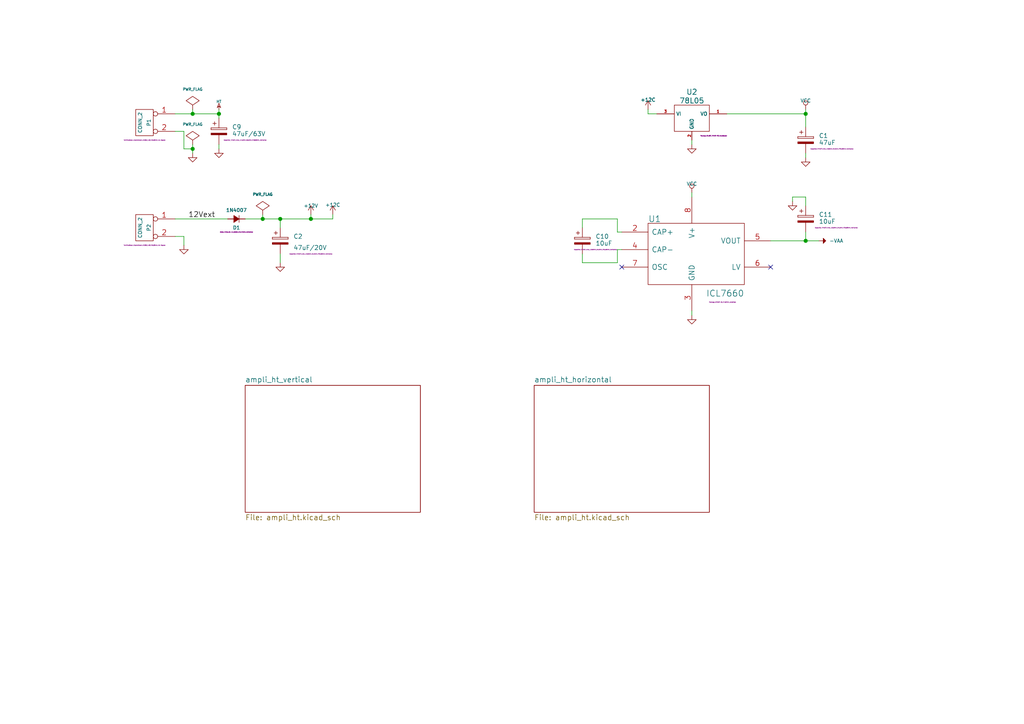
<source format=kicad_sch>
(kicad_sch (version 20201015) (generator eeschema)
  (page 1 3)
  (paper "A4")
  (title_block (title "Complex hierarchy: demo") (date "2017-01-15"))
  (lib_symbols
    (symbol "complex_hierarchy_schlib:+12C" (power) (pin_names (offset 0))
      (property "Value" "+12C" (at 0 3.81 0))
      (symbol "+12C_0_1"
        (polyline (pts (xy -0.762 1.27) (xy 0 2.54)))
        (polyline (pts (xy 0 0) (xy 0 2.54)))
        (polyline (pts (xy 0 2.54) (xy 0.762 1.27)))
      )
      (symbol "+12C_1_1"
        (pin power_in line (at 0 0 90) (length 0) hide (name "+12C") (number "1"))
      )
    )
    (symbol "complex_hierarchy_schlib:+12V" (power) (pin_names (offset 0))
      (property "Value" "+12V" (at 0 3.556 0))
      (symbol "+12V_0_1"
        (polyline (pts (xy -0.762 1.27) (xy 0 2.54)))
        (polyline (pts (xy 0 0) (xy 0 2.54)))
        (polyline (pts (xy 0 2.54) (xy 0.762 1.27)))
      )
      (symbol "+12V_1_1"
        (pin power_in line (at 0 0 90) (length 0) hide (name "+12V") (number "1"))
      )
    )
    (symbol "complex_hierarchy_schlib:-VAA" (power) (pin_names (offset 0))
      (property "Value" "-VAA" (at 0 2.54 0))
      (symbol "-VAA_0_1"
        (polyline (pts (xy 0 0) (xy 0 1.27) (xy 0 1.27)))
        (polyline (pts (xy 0 2.032) (xy 0.762 1.27) (xy -0.508 1.27) (xy -0.762 1.27) (xy 0 2.032) (xy 0 2.032) (xy 0 2.032)) (fill (type outline)))
      )
      (symbol "-VAA_0_0"
        (pin power_in line (at 0 0 90) (length 0) hide (name "-VAA") (number "1"))
      )
    )
    (symbol "complex_hierarchy_schlib:7805"
      (property "Reference" "U" (at 3.81 -4.9784 0))
      (property "Value" "7805" (at 0 5.08 0))
      (symbol "7805_0_1"
        (rectangle (start -5.08 -3.81) (end 5.08 3.81))
      )
      (symbol "7805_1_1"
        (pin power_out line (at 10.16 1.27 180) (length 5.08) (name "VO") (number "1"))
        (pin input line (at 0 -6.35 90) (length 2.54) (name "GND") (number "2"))
        (pin input line (at -10.16 1.27 0) (length 5.08) (name "VI") (number "3"))
      )
    )
    (symbol "complex_hierarchy_schlib:CONN_2" (pin_names (offset 1.016) hide)
      (property "Reference" "P" (at -1.27 0 90))
      (property "Value" "CONN_2" (at 1.27 0 90))
      (symbol "CONN_2_0_1"
        (rectangle (start -2.54 3.81) (end 2.54 -3.81))
      )
      (symbol "CONN_2_1_1"
        (pin passive inverted (at -8.89 2.54 0) (length 6.35) (name "P1") (number "1"))
        (pin passive inverted (at -8.89 -2.54 0) (length 6.35) (name "PM") (number "2"))
      )
    )
    (symbol "complex_hierarchy_schlib:CP" (pin_numbers hide) (pin_names (offset 0.254))
      (property "Reference" "C" (at 0.635 2.54 0))
      (property "Value" "CP" (at 0.635 -2.54 0))
      (symbol "CP_0_1"
        (rectangle (start -2.286 0.508) (end -2.286 1.016))
        (rectangle (start -2.286 0.508) (end 2.286 0.508))
        (rectangle (start -1.778 2.286) (end -0.762 2.286))
        (rectangle (start -1.27 1.778) (end -1.27 2.794))
        (rectangle (start 2.286 -0.508) (end -2.286 -1.016) (fill (type outline)))
        (rectangle (start 2.286 1.016) (end -2.286 1.016))
        (rectangle (start 2.286 1.016) (end 2.286 0.508))
      )
      (symbol "CP_1_1"
        (pin passive line (at 0 3.81 270) (length 2.794) (name "~") (number "1"))
        (pin passive line (at 0 -3.81 90) (length 2.794) (name "~") (number "2"))
      )
    )
    (symbol "complex_hierarchy_schlib:D_Small" (pin_numbers hide) (pin_names (offset 0.254) hide)
      (property "Reference" "D" (at -1.27 2.032 0))
      (property "Value" "D_Small" (at -3.81 -2.032 0))
      (symbol "D_Small_0_1"
        (polyline (pts (xy -0.762 -1.016) (xy -0.762 1.016)))
        (polyline (pts (xy 0.762 -1.016) (xy -0.762 0) (xy 0.762 1.016) (xy 0.762 -1.016)) (fill (type outline)))
      )
      (symbol "D_Small_1_1"
        (pin passive line (at -2.54 0 0) (length 1.778) (name "K") (number "1"))
        (pin passive line (at 2.54 0 180) (length 1.778) (name "A") (number "2"))
      )
    )
    (symbol "complex_hierarchy_schlib:GND" (power) (pin_names (offset 0))
      (property "Value" "GND" (at 0 -3.1242 0))
      (symbol "GND_0_1"
        (polyline (pts (xy 0 0) (xy 0 -1.27) (xy 1.27 -1.27) (xy 0 -2.54) (xy -1.27 -1.27) (xy 0 -1.27)))
      )
      (symbol "GND_1_1"
        (pin power_in line (at 0 0 270) (length 0) hide (name "GND") (number "1"))
      )
    )
    (symbol "complex_hierarchy_schlib:HT" (power) (pin_names (offset 0))
      (property "Value" "HT" (at 0 2.286 0))
      (symbol "HT_0_1"
        (polyline (pts (xy 0 0) (xy 0 1.016) (xy 0 1.016)))
        (polyline (pts (xy 0 1.016) (xy 0.508 0.508) (xy 0 1.778) (xy -0.508 0.508) (xy 0 1.016) (xy 0 1.016)))
      )
      (symbol "HT_0_0"
        (pin power_in line (at 0 0 90) (length 0) hide (name "HT") (number "1"))
      )
    )
    (symbol "complex_hierarchy_schlib:ICL7660" (pin_names (offset 1.016))
      (property "Reference" "U" (at 5.08 10.16 0))
      (property "Value" "ICL7660" (at 1.27 -11.43 0))
      (symbol "ICL7660_0_1"
        (rectangle (start -13.97 -8.89) (end 13.97 8.89))
      )
      (symbol "ICL7660_1_1"
        (pin input line (at -21.59 6.35 0) (length 7.62) (name "CAP+") (number "2"))
        (pin power_in line (at -1.27 -16.51 90) (length 7.62) (name "GND") (number "3"))
        (pin input line (at -21.59 1.27 0) (length 7.62) (name "CAP-") (number "4"))
        (pin power_out line (at 21.59 3.81 180) (length 7.62) (name "VOUT") (number "5"))
        (pin input line (at 21.59 -3.81 180) (length 7.62) (name "LV") (number "6"))
        (pin input line (at -21.59 -3.81 0) (length 7.62) (name "OSC") (number "7"))
        (pin power_in line (at -1.27 16.51 270) (length 7.62) (name "V+") (number "8"))
      )
    )
    (symbol "complex_hierarchy_schlib:PWR_FLAG" (power) (pin_numbers hide) (pin_names (offset 0) hide)
      (property "Value" "PWR_FLAG" (at 0 4.572 0))
      (symbol "PWR_FLAG_0_1"
        (polyline (pts (xy 0 0) (xy 0 1.27) (xy -1.905 2.54) (xy 0 3.81) (xy 1.905 2.54) (xy 0 1.27)))
      )
      (symbol "PWR_FLAG_0_0"
        (pin power_out line (at 0 0 90) (length 0) (name "pwr") (number "1"))
      )
    )
    (symbol "complex_hierarchy_schlib:VCC" (power) (pin_names (offset 0))
      (property "Value" "VCC" (at 0 3.81 0))
      (symbol "VCC_0_1"
        (circle (center 0 1.905) (radius 0.635))
        (polyline (pts (xy 0 0) (xy 0 1.27)))
      )
      (symbol "VCC_1_1"
        (pin power_in line (at 0 0 90) (length 0) hide (name "VCC") (number "1"))
      )
    )
  )
  (junction (at 55.88 33.02) (diameter 1.016))
  (junction (at 55.88 43.18) (diameter 1.016))
  (junction (at 63.5 33.02) (diameter 1.016))
  (junction (at 76.2 63.5) (diameter 1.016))
  (junction (at 81.28 63.5) (diameter 1.016))
  (junction (at 90.17 63.5) (diameter 1.016))
  (junction (at 233.68 33.02) (diameter 1.016))
  (junction (at 233.68 69.85) (diameter 1.016))
  (no_connect (at 180.34 77.47))
  (no_connect (at 223.52 77.47))
  (wire (pts (xy 50.8 33.02) (xy 55.88 33.02)))
  (wire (pts (xy 50.8 38.1) (xy 53.34 38.1)))
  (wire (pts (xy 50.8 63.5) (xy 66.04 63.5)))
  (wire (pts (xy 53.34 38.1) (xy 53.34 43.18)))
  (wire (pts (xy 53.34 43.18) (xy 55.88 43.18)))
  (wire (pts (xy 53.34 68.58) (xy 50.8 68.58)))
  (wire (pts (xy 53.34 71.12) (xy 53.34 68.58)))
  (wire (pts (xy 55.88 31.75) (xy 55.88 33.02)))
  (wire (pts (xy 55.88 33.02) (xy 63.5 33.02)))
  (wire (pts (xy 55.88 41.91) (xy 55.88 43.18)))
  (wire (pts (xy 55.88 43.18) (xy 55.88 44.45)))
  (wire (pts (xy 63.5 31.75) (xy 63.5 33.02)))
  (wire (pts (xy 63.5 33.02) (xy 63.5 34.29)))
  (wire (pts (xy 63.5 41.91) (xy 63.5 43.18)))
  (wire (pts (xy 71.12 63.5) (xy 76.2 63.5)))
  (wire (pts (xy 76.2 63.5) (xy 76.2 62.23)))
  (wire (pts (xy 76.2 63.5) (xy 81.28 63.5)))
  (wire (pts (xy 81.28 63.5) (xy 81.28 66.04)))
  (wire (pts (xy 81.28 63.5) (xy 90.17 63.5)))
  (wire (pts (xy 81.28 73.66) (xy 81.28 76.2)))
  (wire (pts (xy 90.17 62.23) (xy 90.17 63.5)))
  (wire (pts (xy 90.17 63.5) (xy 96.52 63.5)))
  (wire (pts (xy 96.52 63.5) (xy 96.52 62.23)))
  (wire (pts (xy 168.91 63.5) (xy 179.07 63.5)))
  (wire (pts (xy 168.91 66.04) (xy 168.91 63.5)))
  (wire (pts (xy 168.91 73.66) (xy 168.91 76.2)))
  (wire (pts (xy 168.91 76.2) (xy 179.07 76.2)))
  (wire (pts (xy 179.07 63.5) (xy 179.07 67.31)))
  (wire (pts (xy 179.07 67.31) (xy 180.34 67.31)))
  (wire (pts (xy 179.07 72.39) (xy 180.34 72.39)))
  (wire (pts (xy 179.07 76.2) (xy 179.07 72.39)))
  (wire (pts (xy 187.96 31.75) (xy 187.96 33.02)))
  (wire (pts (xy 187.96 33.02) (xy 190.5 33.02)))
  (wire (pts (xy 200.66 41.91) (xy 200.66 40.64)))
  (wire (pts (xy 200.66 55.88) (xy 200.66 57.15)))
  (wire (pts (xy 200.66 91.44) (xy 200.66 90.17)))
  (wire (pts (xy 210.82 33.02) (xy 233.68 33.02)))
  (wire (pts (xy 223.52 69.85) (xy 233.68 69.85)))
  (wire (pts (xy 229.87 57.15) (xy 233.68 57.15)))
  (wire (pts (xy 229.87 58.42) (xy 229.87 57.15)))
  (wire (pts (xy 233.68 31.75) (xy 233.68 33.02)))
  (wire (pts (xy 233.68 33.02) (xy 233.68 36.83)))
  (wire (pts (xy 233.68 44.45) (xy 233.68 45.72)))
  (wire (pts (xy 233.68 59.69) (xy 233.68 57.15)))
  (wire (pts (xy 233.68 67.31) (xy 233.68 69.85)))
  (wire (pts (xy 233.68 69.85) (xy 237.49 69.85)))
  (label "12Vext" (at 54.61 63.5 0) (effects (font (size 1.524 1.524))))
  (symbol (lib_id "complex_hierarchy_schlib:HT") (at 63.5 31.75 0) (unit 1)
    (property "Reference" "#PWR08" (effects hide))
    (property "Value" "HT" (at 63.5 29.464 0) (effects (font (size 0.762 0.762))))
  )
  (symbol (lib_id "complex_hierarchy_schlib:-VAA") (at 237.49 69.85 270) (unit 1)
    (property "Reference" "#PWR02" (effects hide))
    (property "Value" "-VAA" (at 242.57 69.85 90) (effects (font (size 1.016 1.016))))
  )
  (symbol (lib_id "complex_hierarchy_schlib:VCC") (at 200.66 55.88 0) (unit 1)
    (property "Reference" "#PWR03" (effects hide))
    (property "Value" "VCC" (at 200.66 53.34 0) (effects (font (size 1.016 1.016))))
  )
  (symbol (lib_id "complex_hierarchy_schlib:VCC") (at 233.68 31.75 0) (unit 1)
    (property "Reference" "#PWR04" (effects hide))
    (property "Value" "VCC" (at 233.68 29.21 0) (effects (font (size 1.016 1.016))))
  )
  (symbol (lib_id "complex_hierarchy_schlib:+12V") (at 90.17 62.23 0) (unit 1)
    (property "Reference" "#U016" (effects hide))
    (property "Value" "+12V" (at 90.17 59.69 0) (effects (font (size 1.016 1.016))))
  )
  (symbol (lib_id "complex_hierarchy_schlib:+12C") (at 96.52 62.23 0) (unit 1)
    (property "Reference" "#PWR014" (effects hide))
    (property "Value" "+12C" (at 96.52 59.436 0) (effects (font (size 1.016 1.016))))
  )
  (symbol (lib_id "complex_hierarchy_schlib:+12C") (at 187.96 31.75 0) (unit 1)
    (property "Reference" "#PWR011" (effects hide))
    (property "Value" "+12C" (at 187.96 28.956 0) (effects (font (size 1.016 1.016))))
  )
  (symbol (lib_id "complex_hierarchy_schlib:GND") (at 53.34 71.12 0) (unit 1)
    (property "Reference" "#PWR018" (effects hide))
    (property "Value" "GND" (effects hide))
  )
  (symbol (lib_id "complex_hierarchy_schlib:GND") (at 55.88 44.45 0) (unit 1)
    (property "Reference" "#PWR07" (effects hide))
    (property "Value" "GND" (effects hide))
  )
  (symbol (lib_id "complex_hierarchy_schlib:GND") (at 63.5 43.18 0) (unit 1)
    (property "Reference" "#PWR06" (effects hide))
    (property "Value" "GND" (effects hide))
  )
  (symbol (lib_id "complex_hierarchy_schlib:GND") (at 81.28 76.2 0) (unit 1)
    (property "Reference" "#PWR017" (effects hide))
    (property "Value" "GND" (effects hide))
  )
  (symbol (lib_id "complex_hierarchy_schlib:GND") (at 200.66 41.91 0) (unit 1)
    (property "Reference" "#PWR010" (effects hide))
    (property "Value" "GND" (effects hide))
  )
  (symbol (lib_id "complex_hierarchy_schlib:GND") (at 200.66 91.44 0) (unit 1)
    (property "Reference" "#PWR05" (effects hide))
    (property "Value" "GND" (effects hide))
  )
  (symbol (lib_id "complex_hierarchy_schlib:GND") (at 229.87 58.42 0) (unit 1)
    (property "Reference" "#PWR01" (effects hide))
    (property "Value" "GND" (effects hide))
  )
  (symbol (lib_id "complex_hierarchy_schlib:GND") (at 233.68 45.72 0) (unit 1)
    (property "Reference" "#PWR09" (effects hide))
    (property "Value" "GND" (effects hide))
  )
  (symbol (lib_id "complex_hierarchy_schlib:D_Small") (at 68.58 63.5 0) (mirror y) (unit 1)
    (property "Reference" "D1" (at 68.58 66.04 0) (effects (font (size 1.016 1.016))))
    (property "Value" "1N4007" (at 68.58 60.96 0) (effects (font (size 1.016 1.016))))
    (property "Footprint" "Diode_THT:D_DO-41_SOD81_P12.70mm_Horizontal" (at 68.58 67.31 0) (effects (font (size 0.254 0.254))))
  )
  (symbol (lib_id "complex_hierarchy_schlib:PWR_FLAG") (at 55.88 31.75 0) (unit 1)
    (property "Reference" "#U012" (effects hide))
    (property "Value" "PWR_FLAG" (at 55.88 25.908 0) (effects (font (size 0.762 0.762))))
  )
  (symbol (lib_id "complex_hierarchy_schlib:PWR_FLAG") (at 55.88 41.91 0) (unit 1)
    (property "Reference" "#U015" (effects hide))
    (property "Value" "PWR_FLAG" (at 55.88 36.068 0) (effects (font (size 0.762 0.762))))
  )
  (symbol (lib_id "complex_hierarchy_schlib:PWR_FLAG") (at 76.2 62.23 0) (unit 1)
    (property "Reference" "#U013" (effects hide))
    (property "Value" "PWR_FLAG" (at 76.2 56.388 0) (effects (font (size 0.762 0.762))))
  )
  (symbol (lib_id "complex_hierarchy_schlib:CP") (at 63.5 38.1 0) (unit 1)
    (property "Reference" "C9" (at 67.31 36.83 0) (effects (justify left)))
    (property "Value" "47uF/63V" (at 67.31 38.1 0) (effects (justify left top)))
    (property "Footprint" "Capacitor_THT:CP_Axial_L11.0mm_D6.0mm_P18.00mm_Horizontal" (at 71.12 40.64 0) (effects (font (size 0.254 0.254))))
  )
  (symbol (lib_id "complex_hierarchy_schlib:CP") (at 81.28 69.85 0) (unit 1)
    (property "Reference" "C2" (at 85.09 68.58 0) (effects (justify left)))
    (property "Value" "47uF/20V" (at 85.09 71.12 0) (effects (justify left top)))
    (property "Footprint" "Capacitor_THT:CP_Axial_L10.0mm_D4.5mm_P15.00mm_Horizontal" (at 90.17 73.66 0) (effects (font (size 0.254 0.254))))
  )
  (symbol (lib_id "complex_hierarchy_schlib:CP") (at 168.91 69.85 0) (unit 1)
    (property "Reference" "C10" (at 172.72 68.58 0) (effects (justify left)))
    (property "Value" "10uF" (at 172.72 69.85 0) (effects (justify left top)))
    (property "Footprint" "Capacitor_THT:CP_Axial_L10.0mm_D4.5mm_P15.00mm_Horizontal" (at 172.72 72.39 0) (effects (font (size 0.254 0.254))))
  )
  (symbol (lib_id "complex_hierarchy_schlib:CP") (at 233.68 40.64 0) (unit 1)
    (property "Reference" "C1" (at 237.49 39.37 0) (effects (justify left)))
    (property "Value" "47uF" (at 237.49 40.64 0) (effects (justify left top)))
    (property "Footprint" "Capacitor_THT:CP_Axial_L10.0mm_D4.5mm_P15.00mm_Horizontal" (at 241.3 43.18 0) (effects (font (size 0.254 0.254))))
  )
  (symbol (lib_id "complex_hierarchy_schlib:CP") (at 233.68 63.5 0) (unit 1)
    (property "Reference" "C11" (at 237.49 62.23 0) (effects (justify left)))
    (property "Value" "10uF" (at 237.49 63.5 0) (effects (justify left top)))
    (property "Footprint" "Capacitor_THT:CP_Axial_L10.0mm_D4.5mm_P15.00mm_Horizontal" (at 242.57 66.04 0) (effects (font (size 0.254 0.254))))
  )
  (symbol (lib_id "complex_hierarchy_schlib:CONN_2") (at 41.91 35.56 0) (mirror y) (unit 1)
    (property "Reference" "P1" (at 43.18 35.56 90) (effects (font (size 1.016 1.016))))
    (property "Value" "CONN_2" (at 40.64 35.56 90) (effects (font (size 1.016 1.016))))
    (property "Footprint" "TerminalBlock_Altech:Altech_AK300_1x02_P5.00mm_45-Degree" (at 41.91 40.64 0) (effects (font (size 0.254 0.254))))
  )
  (symbol (lib_id "complex_hierarchy_schlib:CONN_2") (at 41.91 66.04 0) (mirror y) (unit 1)
    (property "Reference" "P2" (at 43.18 66.04 90) (effects (font (size 1.016 1.016))))
    (property "Value" "CONN_2" (at 40.64 66.04 90) (effects (font (size 1.016 1.016))))
    (property "Footprint" "TerminalBlock_Altech:Altech_AK300_1x02_P5.00mm_45-Degree" (at 41.91 71.12 0) (effects (font (size 0.254 0.254))))
  )
  (symbol (lib_id "complex_hierarchy_schlib:7805") (at 200.66 34.29 0) (unit 1)
    (property "Reference" "U2" (at 200.66 26.67 0) (effects (font (size 1.524 1.524))))
    (property "Value" "78L05" (at 200.66 29.21 0) (effects (font (size 1.524 1.524))))
    (property "Footprint" "Package_TO_SOT_THT:TO-92_HandSolder" (at 207.01 39.37 0) (effects (font (size 0.254 0.254))))
  )
  (symbol (lib_id "complex_hierarchy_schlib:ICL7660") (at 201.93 73.66 0) (unit 1)
    (property "Reference" "U1" (at 187.96 63.5 0) (effects (font (size 1.778 1.778)) (justify left)))
    (property "Value" "ICL7660" (at 215.9 85.09 0) (effects (font (size 1.778 1.778)) (justify right)))
    (property "Footprint" "Package_DIP:DIP-8_W7.62mm_LongPads" (at 209.55 87.63 0) (effects (font (size 0.254 0.254))))
  )
  (sheet (at 154.94 111.76) (size 50.8 36.83)
    (property "Nom feuille" "ampli_ht_horizontal" (at 154.94 110.9975 0) (effects (font (size 1.524 1.524)) (justify left bottom)))
    (property "Fichier de feuille" "ampli_ht.kicad_sch" (at 154.94 149.2001 0) (effects (font (size 1.524 1.524)) (justify left top)))
  )
  (sheet (at 71.12 111.76) (size 50.8 36.83)
    (property "Nom feuille" "ampli_ht_vertical" (at 71.12 110.9975 0) (effects (font (size 1.524 1.524)) (justify left bottom)))
    (property "Fichier de feuille" "ampli_ht.kicad_sch" (at 71.12 149.2001 0) (effects (font (size 1.524 1.524)) (justify left top)))
  )
)
</source>
